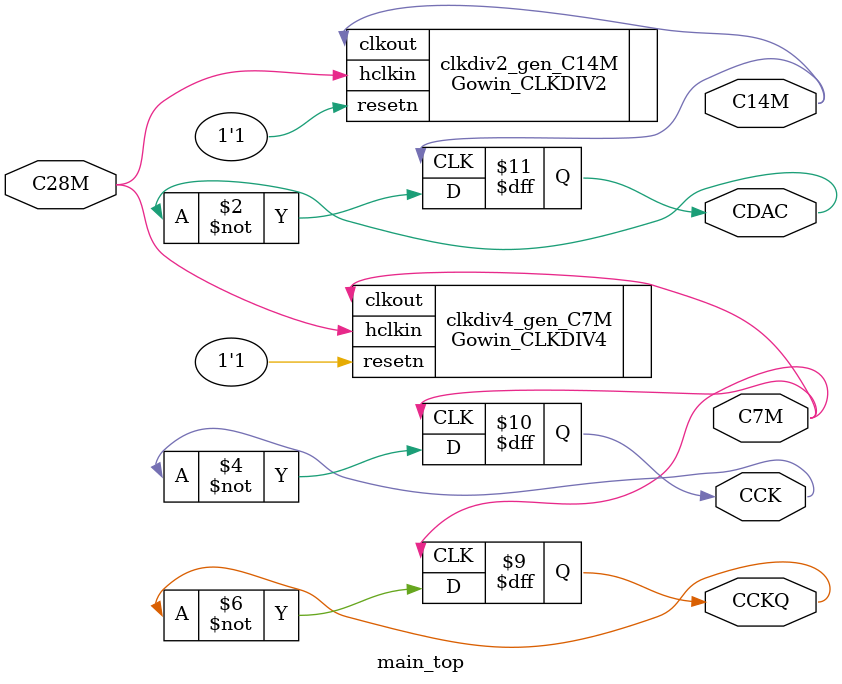
<source format=v>

`timescale 1ns / 1ps

module main_top(
    input C28M,
    output C14M,
    output C7M,
    output reg CDAC = 1'b1,
    output reg CCK = 1'b1,
    output reg CCKQ
);

Gowin_CLKDIV2 clkdiv2_gen_C14M(
    .clkout(C14M), //output clkout
    .hclkin(C28M), //input hclkin
    .resetn(1'b1) //input resetn
);

Gowin_CLKDIV4 clkdiv4_gen_C7M(
    .clkout(C7M), //output clkout
    .hclkin(C28M), //input hclkin
    .resetn(1'b1) //input resetn
);

always @ (negedge C14M) begin
    CDAC <= ~CDAC;
end

always @ (negedge C7M) begin
    CCK <= ~CCK;
end

always @ (posedge C7M) begin
    CCKQ <= ~CCKQ;
end

endmodule

</source>
